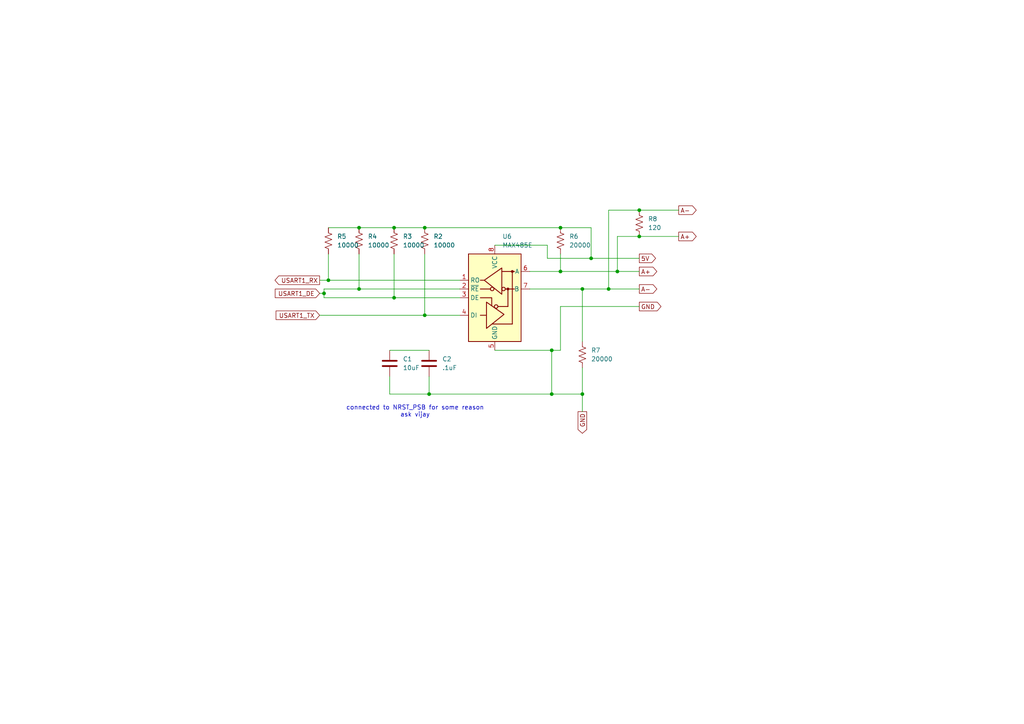
<source format=kicad_sch>
(kicad_sch (version 20231120) (generator "eeschema") (generator_version "8.0")
  (paper "A4")
  (lib_symbols
    (symbol "Device:C" (pin_numbers hide) (pin_names (offset 0.254))
      (property "Reference" "C" (at 0.635 2.54 0))
      (property "Value" "C" (at 0.635 -2.54 0))
      (symbol "C_0_1"
        (polyline (pts (xy -2.032 -0.762) (xy 2.032 -0.762)) (stroke (width 0.508)))
        (polyline (pts (xy -2.032 0.762) (xy 2.032 0.762)) (stroke (width 0.508)))
      )
      (symbol "C_1_1"
        (pin passive line (at 0 3.81 270) (length 2.794) (name "~") (number "1"))
        (pin passive line (at 0 -3.81 90) (length 2.794) (name "~") (number "2"))
      )
    )
    (symbol "Device:R_US" (pin_numbers hide) (pin_names (offset 0))
      (property "Reference" "R" (at 2.54 0 90))
      (property "Value" "R_US" (at -2.54 0 90))
      (symbol "R_US_0_1"
        (polyline (pts (xy 0 -2.286) (xy 0 -2.54)))
        (polyline (pts (xy 0 2.286) (xy 0 2.54)))
        (polyline (pts (xy 0 -0.762) (xy 1.016 -1.143) (xy 0 -1.524) (xy -1.016 -1.905) (xy 0 -2.286)))
        (polyline (pts (xy 0 0.762) (xy 1.016 0.381) (xy 0 0) (xy -1.016 -0.381) (xy 0 -0.762)))
        (polyline (pts (xy 0 2.286) (xy 1.016 1.905) (xy 0 1.524) (xy -1.016 1.143) (xy 0 0.762)))
      )
      (symbol "R_US_1_1"
        (pin passive line (at 0 3.81 270) (length 1.27) (name "~") (number "1"))
        (pin passive line (at 0 -3.81 90) (length 1.27) (name "~") (number "2"))
      )
    )
    (symbol "Interface_UART:MAX485E"
      (property "Reference" "U" (at -6.985 13.97 0))
      (property "Value" "MAX485E" (at 1.905 13.97 0))
      (symbol "MAX485E_0_1"
        (rectangle (start -7.62 12.7) (end 7.62 -12.7) (stroke (width 0.254)) (fill (type background)))
        (polyline (pts (xy -4.191 2.54) (xy -1.27 2.54)) (stroke (width 0.254)))
        (polyline (pts (xy -2.54 -5.08) (xy -4.191 -5.08)) (stroke (width 0.254)))
        (polyline (pts (xy -0.635 -7.62) (xy 5.08 -7.62)) (stroke (width 0.254)))
        (polyline (pts (xy 0.889 -2.54) (xy 3.81 -2.54)) (stroke (width 0.254)))
        (polyline (pts (xy 2.032 7.62) (xy 5.715 7.62)) (stroke (width 0.254)))
        (polyline (pts (xy 3.048 2.54) (xy 5.715 2.54)) (stroke (width 0.254)))
        (polyline (pts (xy 3.81 -2.54) (xy 3.81 2.54)) (stroke (width 0.254)))
        (polyline (pts (xy 5.08 -7.62) (xy 5.08 7.62)) (stroke (width 0.254)))
        (polyline (pts (xy -4.191 0) (xy -0.889 0) (xy -0.889 -2.286)) (stroke (width 0.254)))
        (polyline (pts (xy -3.175 5.08) (xy -4.191 5.08) (xy -4.064 5.08)) (stroke (width 0.254)))
        (polyline (pts (xy -2.413 -5.08) (xy -2.413 -1.27) (xy 2.667 -4.826) (xy -2.413 -8.89) (xy -2.413 -5.08)) (stroke (width 0.254)))
        (circle (center 0.381 -2.54) (radius 0.508) (stroke (width 0.254)))
        (circle (center 3.81 2.54) (radius 0.2794) (stroke (width 0.254)) (fill (type outline)))
      )
      (symbol "MAX485E_1_1"
        (circle (center -0.762 2.54) (radius 0.508) (stroke (width 0.254)))
        (polyline (pts (xy 2.032 4.826) (xy 2.032 8.636) (xy -3.048 5.08) (xy 2.032 1.016) (xy 2.032 4.826)) (stroke (width 0.254)))
        (circle (center 2.54 2.54) (radius 0.508) (stroke (width 0.254)))
        (circle (center 5.08 7.62) (radius 0.2794) (stroke (width 0.254)) (fill (type outline)))
        (pin output line (at -10.16 5.08 0) (length 2.54) (name "RO") (number "1"))
        (pin input line (at -10.16 2.54 0) (length 2.54) (name "~{RE}") (number "2"))
        (pin input line (at -10.16 0 0) (length 2.54) (name "DE") (number "3"))
        (pin input line (at -10.16 -5.08 0) (length 2.54) (name "DI") (number "4"))
        (pin power_in line (at 0 -15.24 90) (length 2.54) (name "GND") (number "5"))
        (pin bidirectional line (at 10.16 7.62 180) (length 2.54) (name "A") (number "6"))
        (pin bidirectional line (at 10.16 2.54 180) (length 2.54) (name "B") (number "7"))
        (pin power_in line (at 0 15.24 270) (length 2.54) (name "VCC") (number "8"))
      )
    )
  )
  (junction (at 179.07 78.74))
  (junction (at 93.98 85.09))
  (junction (at 104.14 83.82))
  (junction (at 114.3 66.04))
  (junction (at 162.56 66.04))
  (junction (at 123.19 91.44))
  (junction (at 162.56 78.74))
  (junction (at 160.02 101.6))
  (junction (at 168.91 83.82))
  (junction (at 171.45 74.93))
  (junction (at 104.14 66.04))
  (junction (at 176.53 83.82))
  (junction (at 95.25 81.28))
  (junction (at 123.19 66.04))
  (junction (at 114.3 86.36))
  (junction (at 185.42 68.58))
  (junction (at 168.91 114.3))
  (junction (at 185.42 60.96))
  (junction (at 124.46 114.3))
  (junction (at 160.02 114.3))
  (wire (pts (xy 114.3 86.36) (xy 133.35 86.36)))
  (wire (pts (xy 95.25 81.28) (xy 133.35 81.28)))
  (wire (pts (xy 153.67 83.82) (xy 168.91 83.82)))
  (wire (pts (xy 171.45 66.04) (xy 171.45 74.93)))
  (wire (pts (xy 113.03 109.22) (xy 113.03 114.3)))
  (wire (pts (xy 171.45 74.93) (xy 185.42 74.93)))
  (wire (pts (xy 92.71 81.28) (xy 95.25 81.28)))
  (wire (pts (xy 93.98 83.82) (xy 93.98 85.09)))
  (wire (pts (xy 162.56 73.66) (xy 162.56 78.74)))
  (wire (pts (xy 92.71 85.09) (xy 93.98 85.09)))
  (wire (pts (xy 158.75 74.93) (xy 171.45 74.93)))
  (wire (pts (xy 185.42 68.58) (xy 196.85 68.58)))
  (wire (pts (xy 113.03 101.6) (xy 124.46 101.6)))
  (wire (pts (xy 160.02 114.3) (xy 168.91 114.3)))
  (wire (pts (xy 162.56 78.74) (xy 179.07 78.74)))
  (wire (pts (xy 95.25 73.66) (xy 95.25 81.28)))
  (wire (pts (xy 162.56 66.04) (xy 171.45 66.04)))
  (wire (pts (xy 104.14 83.82) (xy 133.35 83.82)))
  (wire (pts (xy 123.19 91.44) (xy 133.35 91.44)))
  (wire (pts (xy 104.14 66.04) (xy 114.3 66.04)))
  (wire (pts (xy 95.25 66.04) (xy 104.14 66.04)))
  (wire (pts (xy 143.51 71.12) (xy 158.75 71.12)))
  (wire (pts (xy 104.14 73.66) (xy 104.14 83.82)))
  (wire (pts (xy 179.07 78.74) (xy 185.42 78.74)))
  (wire (pts (xy 176.53 60.96) (xy 185.42 60.96)))
  (wire (pts (xy 123.19 66.04) (xy 162.56 66.04)))
  (wire (pts (xy 124.46 109.22) (xy 124.46 114.3)))
  (wire (pts (xy 93.98 83.82) (xy 104.14 83.82)))
  (wire (pts (xy 176.53 83.82) (xy 185.42 83.82)))
  (wire (pts (xy 160.02 101.6) (xy 160.02 114.3)))
  (wire (pts (xy 160.02 101.6) (xy 162.56 101.6)))
  (wire (pts (xy 185.42 60.96) (xy 196.85 60.96)))
  (wire (pts (xy 179.07 68.58) (xy 185.42 68.58)))
  (wire (pts (xy 162.56 88.9) (xy 185.42 88.9)))
  (wire (pts (xy 124.46 114.3) (xy 160.02 114.3)))
  (wire (pts (xy 93.98 85.09) (xy 93.98 86.36)))
  (wire (pts (xy 114.3 73.66) (xy 114.3 86.36)))
  (wire (pts (xy 123.19 73.66) (xy 123.19 91.44)))
  (wire (pts (xy 162.56 101.6) (xy 162.56 88.9)))
  (wire (pts (xy 168.91 83.82) (xy 176.53 83.82)))
  (wire (pts (xy 92.71 91.44) (xy 123.19 91.44)))
  (wire (pts (xy 168.91 114.3) (xy 168.91 119.38)))
  (wire (pts (xy 168.91 106.68) (xy 168.91 114.3)))
  (wire (pts (xy 153.67 78.74) (xy 162.56 78.74)))
  (wire (pts (xy 179.07 78.74) (xy 179.07 68.58)))
  (wire (pts (xy 113.03 114.3) (xy 124.46 114.3)))
  (wire (pts (xy 176.53 60.96) (xy 176.53 83.82)))
  (wire (pts (xy 168.91 83.82) (xy 168.91 99.06)))
  (wire (pts (xy 93.98 86.36) (xy 114.3 86.36)))
  (wire (pts (xy 158.75 71.12) (xy 158.75 74.93)))
  (wire (pts (xy 143.51 101.6) (xy 160.02 101.6)))
  (wire (pts (xy 114.3 66.04) (xy 123.19 66.04)))
  (text "connected to NRST_PSB for some reason\nask vijay" (at 120.396 119.38 0) (effects (font (size 1.27 1.27))))
  (global_label "GND" (shape output) (at 168.91 119.38 270) (property "Intersheetrefs" "${INTERSHEET_REFS}" (effects (hide yes))))
  (global_label "A+" (shape output) (at 196.85 68.58 0) (property "Intersheetrefs" "${INTERSHEET_REFS}" (effects (hide yes))))
  (global_label "USART1_TX" (shape input) (at 92.71 91.44 180) (property "Intersheetrefs" "${INTERSHEET_REFS}" (effects (hide yes))))
  (global_label "A-" (shape output) (at 196.85 60.96 0) (property "Intersheetrefs" "${INTERSHEET_REFS}" (effects (hide yes))))
  (global_label "5V" (shape output) (at 185.42 74.93 0) (property "Intersheetrefs" "${INTERSHEET_REFS}" (effects (hide yes))))
  (global_label "A+" (shape output) (at 185.42 78.74 0) (property "Intersheetrefs" "${INTERSHEET_REFS}" (effects (hide yes))))
  (global_label "GND" (shape output) (at 185.42 88.9 0) (property "Intersheetrefs" "${INTERSHEET_REFS}" (effects (hide yes))))
  (global_label "USART1_RX" (shape output) (at 92.71 81.28 180) (property "Intersheetrefs" "${INTERSHEET_REFS}" (effects (hide yes))))
  (global_label "A-" (shape output) (at 185.42 83.82 0) (property "Intersheetrefs" "${INTERSHEET_REFS}" (effects (hide yes))))
  (global_label "USART1_DE" (shape input) (at 92.71 85.09 180) (property "Intersheetrefs" "${INTERSHEET_REFS}" (effects (hide yes))))
  (symbol (lib_id "Device:C") (at 124.46 105.41 0) (unit 1)
    (property "Reference" "C2" (at 128.27 104.1399 0) (effects (justify left)))
    (property "Value" ".1uF" (at 128.27 106.6799 0) (effects (justify left)))
    (property "Footprint" "Capacitor_SMD:C_0603_1608Metric_Pad1.08x0.95mm_HandSolder" (effects (hide yes)))
    (property "Description" "Unpolarized capacitor" (effects (hide yes)))
  )
  (symbol (lib_id "Device:C") (at 113.03 105.41 0) (unit 1)
    (property "Reference" "C1" (at 116.84 104.1399 0) (effects (justify left)))
    (property "Value" "10uF" (at 116.84 106.6799 0) (effects (justify left)))
    (property "Footprint" "Capacitor_SMD:C_0603_1608Metric_Pad1.08x0.95mm_HandSolder" (effects (hide yes)))
    (property "Description" "Unpolarized capacitor" (effects (hide yes)))
  )
  (symbol (lib_id "Device:R_US") (at 95.25 69.85 0) (unit 1)
    (property "Reference" "R5" (at 97.79 68.5799 0) (effects (justify left)))
    (property "Value" "10000" (at 97.79 71.1199 0) (effects (justify left)))
    (property "Footprint" "Resistor_SMD:R_0603_1608Metric_Pad0.98x0.95mm_HandSolder" (effects (hide yes)))
    (property "Description" "Resistor, US symbol" (effects (hide yes)))
  )
  (symbol (lib_id "Device:R_US") (at 104.14 69.85 0) (unit 1)
    (property "Reference" "R4" (at 106.68 68.5799 0) (effects (justify left)))
    (property "Value" "10000" (at 106.68 71.1199 0) (effects (justify left)))
    (property "Footprint" "Resistor_SMD:R_0603_1608Metric_Pad0.98x0.95mm_HandSolder" (effects (hide yes)))
    (property "Description" "Resistor, US symbol" (effects (hide yes)))
  )
  (symbol (lib_id "Interface_UART:MAX485E") (at 143.51 86.36 0) (unit 1)
    (property "Reference" "U6" (at 145.7041 68.58 0) (effects (justify left)))
    (property "Value" "MAX485E" (at 145.7041 71.12 0) (effects (justify left)))
    (property "Footprint" "Package_SO:SOIC-8_3.9x4.9mm_P1.27mm" (effects (hide yes)))
    (property "Datasheet" "https://datasheets.maximintegrated.com/en/ds/MAX1487E-MAX491E.pdf" (effects (hide yes)))
    (property "Description" "Half duplex RS-485/RS-422, 2.5 Mbps, ±15kV electro-static discharge (ESD) protection, no slew-rate, no low-power shutdown, with receiver/driver enable, 32 receiver drive capability, DIP-8 and SOIC-8" (effects (hide yes)))
  )
  (symbol (lib_id "Device:R_US") (at 185.42 64.77 0) (unit 1)
    (property "Reference" "R8" (at 187.96 63.4999 0) (effects (justify left)))
    (property "Value" "120" (at 187.96 66.0399 0) (effects (justify left)))
    (property "Footprint" "Resistor_SMD:R_0603_1608Metric_Pad0.98x0.95mm_HandSolder" (effects (hide yes)))
    (property "Description" "Resistor, US symbol" (effects (hide yes)))
  )
  (symbol (lib_id "Device:R_US") (at 123.19 69.85 0) (unit 1)
    (property "Reference" "R2" (at 125.73 68.5799 0) (effects (justify left)))
    (property "Value" "10000" (at 125.73 71.1199 0) (effects (justify left)))
    (property "Footprint" "Resistor_SMD:R_0603_1608Metric_Pad0.98x0.95mm_HandSolder" (effects (hide yes)))
    (property "Description" "Resistor, US symbol" (effects (hide yes)))
  )
  (symbol (lib_id "Device:R_US") (at 114.3 69.85 0) (unit 1)
    (property "Reference" "R3" (at 116.84 68.5799 0) (effects (justify left)))
    (property "Value" "10000" (at 116.84 71.1199 0) (effects (justify left)))
    (property "Footprint" "Resistor_SMD:R_0603_1608Metric_Pad0.98x0.95mm_HandSolder" (effects (hide yes)))
    (property "Description" "Resistor, US symbol" (effects (hide yes)))
  )
  (symbol (lib_id "Device:R_US") (at 162.56 69.85 0) (unit 1)
    (property "Reference" "R6" (at 165.1 68.5799 0) (effects (justify left)))
    (property "Value" "20000" (at 165.1 71.1199 0) (effects (justify left)))
    (property "Footprint" "Resistor_SMD:R_0603_1608Metric_Pad0.98x0.95mm_HandSolder" (effects (hide yes)))
    (property "Description" "Resistor, US symbol" (effects (hide yes)))
  )
  (symbol (lib_id "Device:R_US") (at 168.91 102.87 0) (unit 1)
    (property "Reference" "R7" (at 171.45 101.5999 0) (effects (justify left)))
    (property "Value" "20000" (at 171.45 104.1399 0) (effects (justify left)))
    (property "Footprint" "Resistor_SMD:R_0603_1608Metric_Pad0.98x0.95mm_HandSolder" (effects (hide yes)))
    (property "Description" "Resistor, US symbol" (effects (hide yes)))
  )
)
</source>
